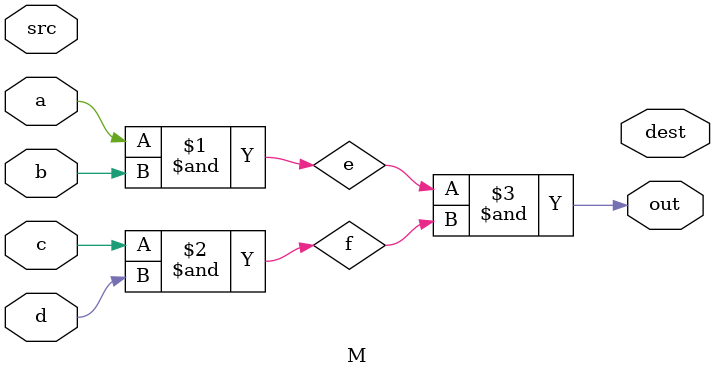
<source format=v>
module M(out, src, dest, a, b, c, d);
        output wire out;
    input wire [3:0] src ;
    output wire dest;
    input wire a;
    input wire b;
    input wire c;
    input wire d;
wire e;
    wire f;
    
// Variable declaration.

//Primitive gate instantiations.
    and(e, a, b);
    and(f, c, d);
    and(out, e, f);
    specify
        (a => out) = 9;
        (b => out) = 9;
        (c => out) = 11;
        (d => out) = 11;
        (src *> dest) = 32;
    endspecify

endmodule

</source>
